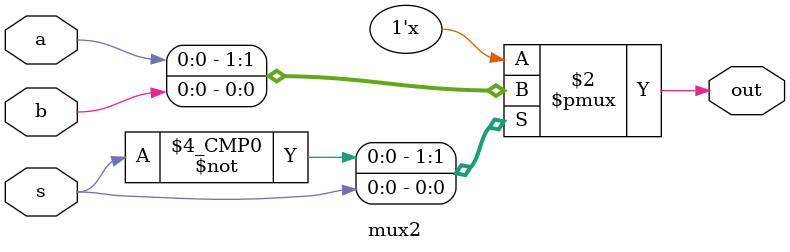
<source format=sv>
module mux2 (
  input logic a,
  input logic b,
  input logic s,
  output logic out
);

  always_comb begin
    case (s)
      0: out = a;
      1: out = b;
      default: out = 0;
    endcase
  end

endmodule


</source>
